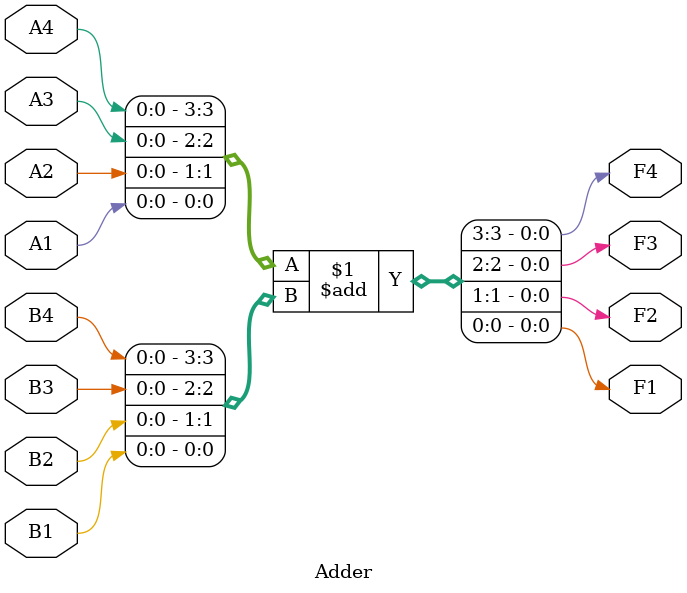
<source format=v>
`timescale 1ns / 1ps




module Adder(
    input A4,
    input A3,
    input A2,
    input A1,
    input B4,
    input B3,
    input B2,
    input B1,
    output F4,
    output F3,
    output F2,
    output F1
    );
    assign {F4,F3,F2,F1} = {A4,A3,A2,A1}+{B4,B3,B2,B1};
endmodule


</source>
